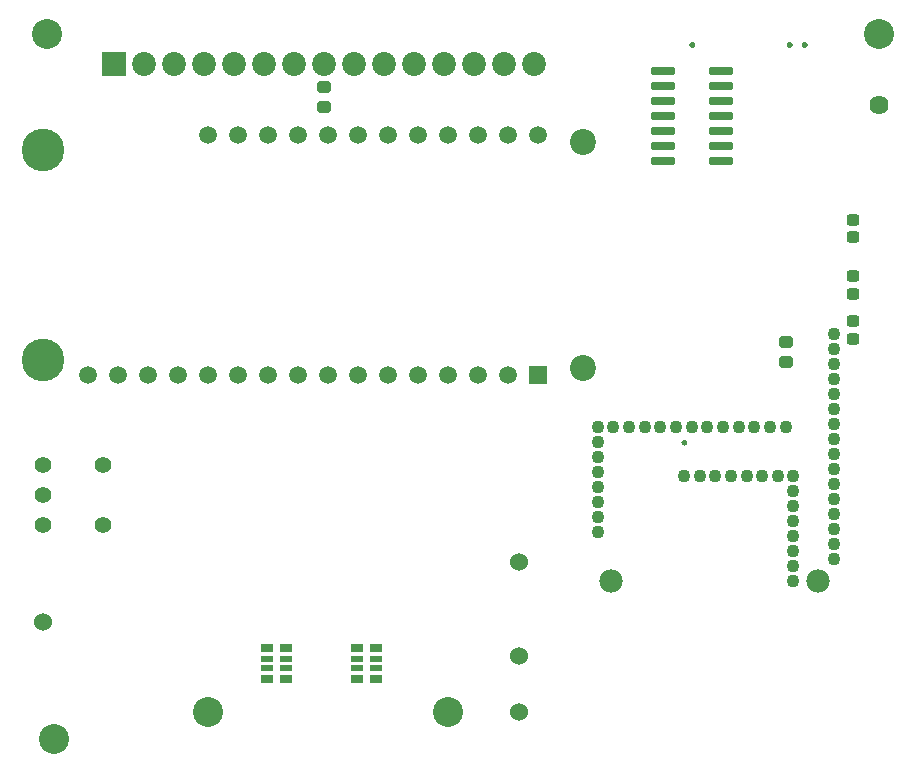
<source format=gbr>
G04 DipTrace 4.3.0.1*
G04 BottomMask.gbr*
%MOIN*%
G04 #@! TF.FileFunction,Soldermask,Bot*
G04 #@! TF.Part,Single*
%AMOUTLINE7*
4,1,28,
-0.021063,-0.008594,
-0.021063,0.008594,
-0.020717,0.01122,
-0.019654,0.013788,
-0.017962,0.015993,
-0.015757,0.017685,
-0.013189,0.018749,
-0.010562,0.019094,
0.010562,0.019094,
0.013189,0.018749,
0.015757,0.017685,
0.017962,0.015993,
0.019654,0.013788,
0.020717,0.01122,
0.021063,0.008594,
0.021063,-0.008594,
0.020717,-0.01122,
0.019654,-0.013788,
0.017962,-0.015993,
0.015757,-0.017685,
0.013189,-0.018749,
0.010562,-0.019094,
-0.010562,-0.019094,
-0.013189,-0.018749,
-0.015757,-0.017685,
-0.017962,-0.015993,
-0.019654,-0.013788,
-0.020717,-0.01122,
-0.021063,-0.008594,
0*%
%AMOUTLINE10*
4,1,28,
0.021063,0.008594,
0.021063,-0.008594,
0.020717,-0.01122,
0.019654,-0.013788,
0.017962,-0.015993,
0.015757,-0.017685,
0.013189,-0.018749,
0.010562,-0.019094,
-0.010562,-0.019094,
-0.013189,-0.018749,
-0.015757,-0.017685,
-0.017962,-0.015993,
-0.019654,-0.013788,
-0.020717,-0.01122,
-0.021063,-0.008594,
-0.021063,0.008594,
-0.020717,0.01122,
-0.019654,0.013788,
-0.017962,0.015993,
-0.015757,0.017685,
-0.013189,0.018749,
-0.010562,0.019094,
0.010562,0.019094,
0.013189,0.018749,
0.015757,0.017685,
0.017962,0.015993,
0.019654,0.013788,
0.020717,0.01122,
0.021063,0.008594,
0*%
%AMOUTLINE13*
4,1,28,
0.023031,0.008594,
0.023031,-0.008594,
0.022699,-0.011118,
0.021675,-0.013591,
0.020045,-0.015715,
0.017922,-0.017344,
0.015449,-0.018368,
0.012924,-0.018701,
-0.012924,-0.018701,
-0.015449,-0.018368,
-0.017922,-0.017344,
-0.020045,-0.015715,
-0.021675,-0.013591,
-0.022699,-0.011118,
-0.023031,-0.008594,
-0.023031,0.008594,
-0.022699,0.011118,
-0.021675,0.013591,
-0.020045,0.015715,
-0.017922,0.017344,
-0.015449,0.018368,
-0.012924,0.018701,
0.012924,0.018701,
0.015449,0.018368,
0.017922,0.017344,
0.020045,0.015715,
0.021675,0.013591,
0.022699,0.011118,
0.023031,0.008594,
0*%
%AMOUTLINE16*
4,1,28,
-0.023031,-0.008594,
-0.023031,0.008594,
-0.022699,0.011118,
-0.021675,0.013591,
-0.020045,0.015715,
-0.017922,0.017344,
-0.015449,0.018368,
-0.012924,0.018701,
0.012924,0.018701,
0.015449,0.018368,
0.017922,0.017344,
0.020045,0.015715,
0.021675,0.013591,
0.022699,0.011118,
0.023031,0.008594,
0.023031,-0.008594,
0.022699,-0.011118,
0.021675,-0.013591,
0.020045,-0.015715,
0.017922,-0.017344,
0.015449,-0.018368,
0.012924,-0.018701,
-0.012924,-0.018701,
-0.015449,-0.018368,
-0.017922,-0.017344,
-0.020045,-0.015715,
-0.021675,-0.013591,
-0.022699,-0.011118,
-0.023031,-0.008594,
0*%
%AMOUTLINE25*
4,1,28,
-0.033003,0.01378,
0.033003,0.01378,
0.034916,0.013528,
0.03682,0.012739,
0.038454,0.011485,
0.039708,0.009851,
0.040496,0.007948,
0.040748,0.006035,
0.040748,-0.006035,
0.040496,-0.007948,
0.039708,-0.009851,
0.038454,-0.011485,
0.03682,-0.012739,
0.034916,-0.013528,
0.033003,-0.01378,
-0.033003,-0.01378,
-0.034916,-0.013528,
-0.03682,-0.012739,
-0.038454,-0.011485,
-0.039708,-0.009851,
-0.040496,-0.007948,
-0.040748,-0.006035,
-0.040748,0.006035,
-0.040496,0.007948,
-0.039708,0.009851,
-0.038454,0.011485,
-0.03682,0.012739,
-0.034916,0.013528,
-0.033003,0.01378,
0*%
%ADD20C,0.06*%
%ADD44C,0.055433*%
%ADD50C,0.1*%
%ADD51C,0.086614*%
%ADD64C,0.142362*%
%ADD66R,0.05937X0.05937*%
%ADD68C,0.05937*%
%ADD72R,0.043307X0.019291*%
%ADD74R,0.043307X0.027165*%
%ADD76C,0.079528*%
%ADD78R,0.079528X0.079528*%
%ADD80C,0.043307*%
%ADD82C,0.077756*%
%ADD108C,0.063937*%
%ADD120OUTLINE7*%
%ADD123OUTLINE10*%
%ADD126OUTLINE13*%
%ADD129OUTLINE16*%
%ADD138OUTLINE25*%
%FSLAX26Y26*%
G04*
G70*
G90*
G75*
G01*
G04 BotMask*
%LPD*%
D20*
X493700Y918700D3*
X2081200Y1118700D3*
D120*
X3193700Y2260728D3*
D123*
Y2201672D3*
D120*
Y2073228D3*
D123*
Y2014172D3*
D120*
Y1923228D3*
D123*
Y1864172D3*
G36*
X3100938Y2863438D2*
D1*
X3061462D1*
D1*
X3100938D1*
G37*
G36*
X3041856Y2843700D2*
X3041772Y2842412D1*
X3041520Y2841146D1*
X3041105Y2839923D1*
X3040534Y2838766D1*
X3039817Y2837692D1*
X3038966Y2836722D1*
X3037995Y2835871D1*
X3036922Y2835153D1*
X3035764Y2834582D1*
X3034542Y2834168D1*
X3033276Y2833916D1*
X3031987Y2833831D1*
X3030699Y2833916D1*
X3029433Y2834168D1*
X3028211Y2834582D1*
X3027053Y2835153D1*
X3025980Y2835871D1*
X3025009Y2836722D1*
X3024158Y2837692D1*
X3023441Y2838766D1*
X3022870Y2839923D1*
X3022455Y2841146D1*
X3022203Y2842412D1*
X3022119Y2843700D1*
D1*
X3022203Y2844988D1*
X3022455Y2846254D1*
X3022870Y2847477D1*
X3023441Y2848634D1*
X3024158Y2849708D1*
X3025009Y2850678D1*
X3025980Y2851529D1*
X3027053Y2852247D1*
X3028211Y2852818D1*
X3029433Y2853232D1*
X3030699Y2853484D1*
X3031987Y2853569D1*
X3033276Y2853484D1*
X3034542Y2853232D1*
X3035764Y2852818D1*
X3036922Y2852247D1*
X3037995Y2851529D1*
X3038966Y2850678D1*
X3039817Y2849708D1*
X3040534Y2848634D1*
X3041105Y2847477D1*
X3041520Y2846254D1*
X3041772Y2844988D1*
X3041856Y2843700D1*
D1*
G37*
G36*
X2992644D2*
X2992559Y2842412D1*
X2992307Y2841146D1*
X2991892Y2839923D1*
X2991321Y2838766D1*
X2990604Y2837692D1*
X2989753Y2836722D1*
X2988783Y2835871D1*
X2987709Y2835153D1*
X2986551Y2834582D1*
X2985329Y2834168D1*
X2984063Y2833916D1*
X2982775Y2833831D1*
X2981487Y2833916D1*
X2980221Y2834168D1*
X2978998Y2834582D1*
X2977840Y2835153D1*
X2976767Y2835871D1*
X2975797Y2836722D1*
X2974945Y2837692D1*
X2974228Y2838766D1*
X2973657Y2839923D1*
X2973242Y2841146D1*
X2972990Y2842412D1*
X2972906Y2843700D1*
D1*
X2972990Y2844988D1*
X2973242Y2846254D1*
X2973657Y2847477D1*
X2974228Y2848634D1*
X2974945Y2849708D1*
X2975797Y2850678D1*
X2976767Y2851529D1*
X2977840Y2852247D1*
X2978998Y2852818D1*
X2980221Y2853232D1*
X2981487Y2853484D1*
X2982775Y2853569D1*
X2984063Y2853484D1*
X2985329Y2853232D1*
X2986551Y2852818D1*
X2987709Y2852247D1*
X2988783Y2851529D1*
X2989753Y2850678D1*
X2990604Y2849708D1*
X2991321Y2848634D1*
X2991892Y2847477D1*
X2992307Y2846254D1*
X2992559Y2844988D1*
X2992644Y2843700D1*
D1*
G37*
D108*
X3281200Y2643700D3*
D50*
X1043700Y618700D3*
X1843700D3*
X531200Y531200D3*
X3281200Y2881200D3*
X506200D3*
D20*
X2081200Y806200D3*
Y618700D3*
G36*
X2650938Y1448962D2*
D1*
Y1488438D1*
D1*
Y1448962D1*
G37*
G36*
X2631200Y1508044D2*
X2629912Y1508128D1*
X2628646Y1508380D1*
X2627423Y1508795D1*
X2626266Y1509366D1*
X2625192Y1510083D1*
X2624222Y1510934D1*
X2623371Y1511905D1*
X2622653Y1512978D1*
X2622082Y1514136D1*
X2621668Y1515358D1*
X2621416Y1516624D1*
X2621331Y1517913D1*
X2621416Y1519201D1*
X2621668Y1520467D1*
X2622082Y1521689D1*
X2622653Y1522847D1*
X2623371Y1523920D1*
X2624222Y1524891D1*
X2625192Y1525742D1*
X2626266Y1526459D1*
X2627423Y1527030D1*
X2628646Y1527445D1*
X2629912Y1527697D1*
X2631200Y1527781D1*
D1*
X2632488Y1527697D1*
X2633754Y1527445D1*
X2634977Y1527030D1*
X2636134Y1526459D1*
X2637208Y1525742D1*
X2638178Y1524891D1*
X2639029Y1523920D1*
X2639747Y1522847D1*
X2640318Y1521689D1*
X2640732Y1520467D1*
X2640984Y1519201D1*
X2641069Y1517913D1*
X2640984Y1516624D1*
X2640732Y1515358D1*
X2640318Y1514136D1*
X2639747Y1512978D1*
X2639029Y1511905D1*
X2638178Y1510934D1*
X2637208Y1510083D1*
X2636134Y1509366D1*
X2634977Y1508795D1*
X2633754Y1508380D1*
X2632488Y1508128D1*
X2631200Y1508044D1*
D1*
G37*
D82*
X2386712Y1056200D3*
X3075688D3*
G36*
X2725938Y2863438D2*
D1*
X2686462D1*
D1*
X2725938D1*
G37*
G36*
X2666856Y2843700D2*
X2666772Y2842412D1*
X2666520Y2841146D1*
X2666105Y2839923D1*
X2665534Y2838766D1*
X2664817Y2837692D1*
X2663966Y2836722D1*
X2662995Y2835871D1*
X2661922Y2835153D1*
X2660764Y2834582D1*
X2659542Y2834168D1*
X2658276Y2833916D1*
X2656987Y2833831D1*
X2655699Y2833916D1*
X2654433Y2834168D1*
X2653211Y2834582D1*
X2652053Y2835153D1*
X2650980Y2835871D1*
X2650009Y2836722D1*
X2649158Y2837692D1*
X2648441Y2838766D1*
X2647870Y2839923D1*
X2647455Y2841146D1*
X2647203Y2842412D1*
X2647119Y2843700D1*
D1*
X2647203Y2844988D1*
X2647455Y2846254D1*
X2647870Y2847477D1*
X2648441Y2848634D1*
X2649158Y2849708D1*
X2650009Y2850678D1*
X2650980Y2851529D1*
X2652053Y2852247D1*
X2653211Y2852818D1*
X2654433Y2853232D1*
X2655699Y2853484D1*
X2656987Y2853569D1*
X2658276Y2853484D1*
X2659542Y2853232D1*
X2660764Y2852818D1*
X2661922Y2852247D1*
X2662995Y2851529D1*
X2663966Y2850678D1*
X2664817Y2849708D1*
X2665534Y2848634D1*
X2666105Y2847477D1*
X2666520Y2846254D1*
X2666772Y2844988D1*
X2666856Y2843700D1*
D1*
G37*
D80*
X2655159Y1568700D3*
X2707415D3*
X2759672D3*
X2811930D3*
X2864187D3*
X2916443D3*
X2968700D3*
X2341617D3*
X2393875D3*
X2446132D3*
X2498388D3*
X2550645D3*
X2602902D3*
X2341617Y1518700D3*
Y1468700D3*
Y1418700D3*
Y1368700D3*
Y1318700D3*
Y1268700D3*
Y1218700D3*
X2993700Y1406200D3*
Y1356200D3*
Y1306200D3*
Y1256200D3*
Y1206200D3*
Y1156200D3*
Y1106200D3*
Y1056200D3*
X2630159Y1406200D3*
X2682415D3*
X2734672D3*
X2786930D3*
X2839187D3*
X2891443D3*
X2943700D3*
X3131200Y1481200D3*
Y1431200D3*
Y1381200D3*
Y1331200D3*
Y1281200D3*
Y1231200D3*
Y1181200D3*
Y1131200D3*
Y1881200D3*
Y1831200D3*
Y1781200D3*
Y1731200D3*
Y1681200D3*
Y1631200D3*
Y1581200D3*
Y1531200D3*
D126*
X1431200Y2635432D3*
D129*
Y2701968D3*
X2968700Y1851968D3*
D126*
Y1785432D3*
D78*
X731200Y2781200D3*
D76*
X831200D3*
X931200D3*
X1031200D3*
X1131200D3*
X1231200D3*
X1331200D3*
X1431200D3*
X1531200D3*
X1631200D3*
X1731200D3*
X1831200D3*
X1931200D3*
X2031200D3*
X2131200D3*
D74*
X1602361Y832381D3*
X1540550D3*
D72*
X1602361Y796948D3*
X1540550D3*
X1602361Y765452D3*
X1540550D3*
D74*
X1602361Y730019D3*
X1540550D3*
X1302361Y832381D3*
X1240550D3*
D72*
X1302361Y796948D3*
X1240550D3*
X1302361Y765452D3*
X1240550D3*
D74*
X1302361Y730019D3*
X1240550D3*
D44*
X493700Y1243700D3*
Y1443700D3*
Y1343700D3*
X693700Y1243700D3*
Y1443700D3*
D68*
X943700Y1743700D3*
X643700D3*
X1143700Y2543700D3*
X1343700D3*
X1443700D3*
X2043700D3*
X743700Y1743700D3*
X1943700Y2543700D3*
X843700Y1743700D3*
X1543700Y2543700D3*
X1643700D3*
X1743700D3*
X1843700D3*
X2143700D3*
X1043700Y1743700D3*
X1143700D3*
X1243700D3*
X1343700D3*
X1443700D3*
X1543700D3*
X1643700D3*
X1243700Y2543700D3*
X1043700D3*
X1743700Y1743700D3*
X1843700D3*
X1943700D3*
X2043700D3*
D66*
X2143700D3*
D64*
X493700Y1793700D3*
Y2493700D3*
D51*
X2293700Y2518700D3*
Y1766207D3*
D138*
X2753641Y2706200D3*
Y2756200D3*
Y2556200D3*
Y2606200D3*
X2558759Y2506200D3*
Y2556200D3*
Y2656200D3*
Y2706200D3*
Y2756200D3*
X2753641Y2656200D3*
Y2506200D3*
X2558759Y2456200D3*
Y2606200D3*
X2753641Y2456200D3*
M02*

</source>
